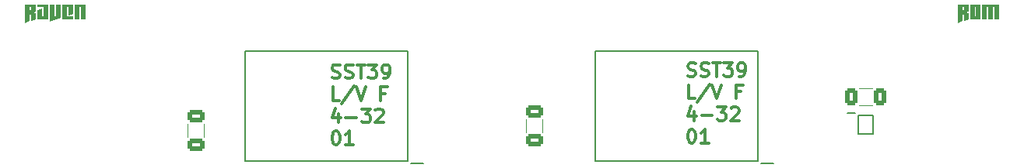
<source format=gto>
G04 #@! TF.GenerationSoftware,KiCad,Pcbnew,7.0.9*
G04 #@! TF.CreationDate,2024-01-22T22:48:28+01:00*
G04 #@! TF.ProjectId,simm72,73696d6d-3732-42e6-9b69-6361645f7063,A*
G04 #@! TF.SameCoordinates,Original*
G04 #@! TF.FileFunction,Legend,Top*
G04 #@! TF.FilePolarity,Positive*
%FSLAX46Y46*%
G04 Gerber Fmt 4.6, Leading zero omitted, Abs format (unit mm)*
G04 Created by KiCad (PCBNEW 7.0.9) date 2024-01-22 22:48:28*
%MOMM*%
%LPD*%
G01*
G04 APERTURE LIST*
G04 Aperture macros list*
%AMRoundRect*
0 Rectangle with rounded corners*
0 $1 Rounding radius*
0 $2 $3 $4 $5 $6 $7 $8 $9 X,Y pos of 4 corners*
0 Add a 4 corners polygon primitive as box body*
4,1,4,$2,$3,$4,$5,$6,$7,$8,$9,$2,$3,0*
0 Add four circle primitives for the rounded corners*
1,1,$1+$1,$2,$3*
1,1,$1+$1,$4,$5*
1,1,$1+$1,$6,$7*
1,1,$1+$1,$8,$9*
0 Add four rect primitives between the rounded corners*
20,1,$1+$1,$2,$3,$4,$5,0*
20,1,$1+$1,$4,$5,$6,$7,0*
20,1,$1+$1,$6,$7,$8,$9,0*
20,1,$1+$1,$8,$9,$2,$3,0*%
G04 Aperture macros list end*
%ADD10C,0.150000*%
%ADD11C,0.300000*%
%ADD12C,0.200000*%
%ADD13C,0.120000*%
%ADD14R,1.040000X2.540000*%
%ADD15R,1.300000X0.300000*%
%ADD16RoundRect,0.250000X-0.650000X0.412500X-0.650000X-0.412500X0.650000X-0.412500X0.650000X0.412500X0*%
%ADD17R,0.850000X0.300000*%
%ADD18RoundRect,0.250000X0.412500X0.650000X-0.412500X0.650000X-0.412500X-0.650000X0.412500X-0.650000X0*%
G04 APERTURE END LIST*
D10*
G36*
X154526154Y-85406495D02*
G01*
X154232330Y-85518358D01*
X154526154Y-85630710D01*
X154526154Y-86274534D01*
X154022037Y-86442573D01*
X154022037Y-85770417D01*
X153857173Y-85714729D01*
X153857173Y-86498749D01*
X153353789Y-86694632D01*
X153353789Y-84958554D01*
X153857173Y-84958554D01*
X153857173Y-85322475D01*
X154022037Y-85266300D01*
X154022037Y-84958554D01*
X153857173Y-84958554D01*
X153353789Y-84958554D01*
X153353789Y-84650319D01*
X154526154Y-84650319D01*
X154526154Y-85406495D01*
G37*
G36*
X155868513Y-86276000D02*
G01*
X154696147Y-86276000D01*
X154696147Y-84958554D01*
X155199532Y-84958554D01*
X155199532Y-85967765D01*
X155364396Y-85967765D01*
X155364396Y-84958554D01*
X155199532Y-84958554D01*
X154696147Y-84958554D01*
X154696147Y-84650319D01*
X155868513Y-84650319D01*
X155868513Y-86276000D01*
G37*
G36*
X156038506Y-86274534D02*
G01*
X156038506Y-84650319D01*
X157879120Y-84650319D01*
X157879120Y-86274534D01*
X157375003Y-86274534D01*
X157375003Y-84958554D01*
X157210872Y-84958554D01*
X157210872Y-86274534D01*
X156706755Y-86274534D01*
X156706755Y-84958554D01*
X156541891Y-84958554D01*
X156541891Y-86274534D01*
X156038506Y-86274534D01*
G37*
D11*
X85283082Y-92684400D02*
X85497368Y-92755828D01*
X85497368Y-92755828D02*
X85854510Y-92755828D01*
X85854510Y-92755828D02*
X85997368Y-92684400D01*
X85997368Y-92684400D02*
X86068796Y-92612971D01*
X86068796Y-92612971D02*
X86140225Y-92470114D01*
X86140225Y-92470114D02*
X86140225Y-92327257D01*
X86140225Y-92327257D02*
X86068796Y-92184400D01*
X86068796Y-92184400D02*
X85997368Y-92112971D01*
X85997368Y-92112971D02*
X85854510Y-92041542D01*
X85854510Y-92041542D02*
X85568796Y-91970114D01*
X85568796Y-91970114D02*
X85425939Y-91898685D01*
X85425939Y-91898685D02*
X85354510Y-91827257D01*
X85354510Y-91827257D02*
X85283082Y-91684400D01*
X85283082Y-91684400D02*
X85283082Y-91541542D01*
X85283082Y-91541542D02*
X85354510Y-91398685D01*
X85354510Y-91398685D02*
X85425939Y-91327257D01*
X85425939Y-91327257D02*
X85568796Y-91255828D01*
X85568796Y-91255828D02*
X85925939Y-91255828D01*
X85925939Y-91255828D02*
X86140225Y-91327257D01*
X86711653Y-92684400D02*
X86925939Y-92755828D01*
X86925939Y-92755828D02*
X87283081Y-92755828D01*
X87283081Y-92755828D02*
X87425939Y-92684400D01*
X87425939Y-92684400D02*
X87497367Y-92612971D01*
X87497367Y-92612971D02*
X87568796Y-92470114D01*
X87568796Y-92470114D02*
X87568796Y-92327257D01*
X87568796Y-92327257D02*
X87497367Y-92184400D01*
X87497367Y-92184400D02*
X87425939Y-92112971D01*
X87425939Y-92112971D02*
X87283081Y-92041542D01*
X87283081Y-92041542D02*
X86997367Y-91970114D01*
X86997367Y-91970114D02*
X86854510Y-91898685D01*
X86854510Y-91898685D02*
X86783081Y-91827257D01*
X86783081Y-91827257D02*
X86711653Y-91684400D01*
X86711653Y-91684400D02*
X86711653Y-91541542D01*
X86711653Y-91541542D02*
X86783081Y-91398685D01*
X86783081Y-91398685D02*
X86854510Y-91327257D01*
X86854510Y-91327257D02*
X86997367Y-91255828D01*
X86997367Y-91255828D02*
X87354510Y-91255828D01*
X87354510Y-91255828D02*
X87568796Y-91327257D01*
X87997367Y-91255828D02*
X88854510Y-91255828D01*
X88425938Y-92755828D02*
X88425938Y-91255828D01*
X89211652Y-91255828D02*
X90140224Y-91255828D01*
X90140224Y-91255828D02*
X89640224Y-91827257D01*
X89640224Y-91827257D02*
X89854509Y-91827257D01*
X89854509Y-91827257D02*
X89997367Y-91898685D01*
X89997367Y-91898685D02*
X90068795Y-91970114D01*
X90068795Y-91970114D02*
X90140224Y-92112971D01*
X90140224Y-92112971D02*
X90140224Y-92470114D01*
X90140224Y-92470114D02*
X90068795Y-92612971D01*
X90068795Y-92612971D02*
X89997367Y-92684400D01*
X89997367Y-92684400D02*
X89854509Y-92755828D01*
X89854509Y-92755828D02*
X89425938Y-92755828D01*
X89425938Y-92755828D02*
X89283081Y-92684400D01*
X89283081Y-92684400D02*
X89211652Y-92612971D01*
X90854509Y-92755828D02*
X91140223Y-92755828D01*
X91140223Y-92755828D02*
X91283080Y-92684400D01*
X91283080Y-92684400D02*
X91354509Y-92612971D01*
X91354509Y-92612971D02*
X91497366Y-92398685D01*
X91497366Y-92398685D02*
X91568795Y-92112971D01*
X91568795Y-92112971D02*
X91568795Y-91541542D01*
X91568795Y-91541542D02*
X91497366Y-91398685D01*
X91497366Y-91398685D02*
X91425938Y-91327257D01*
X91425938Y-91327257D02*
X91283080Y-91255828D01*
X91283080Y-91255828D02*
X90997366Y-91255828D01*
X90997366Y-91255828D02*
X90854509Y-91327257D01*
X90854509Y-91327257D02*
X90783080Y-91398685D01*
X90783080Y-91398685D02*
X90711652Y-91541542D01*
X90711652Y-91541542D02*
X90711652Y-91898685D01*
X90711652Y-91898685D02*
X90783080Y-92041542D01*
X90783080Y-92041542D02*
X90854509Y-92112971D01*
X90854509Y-92112971D02*
X90997366Y-92184400D01*
X90997366Y-92184400D02*
X91283080Y-92184400D01*
X91283080Y-92184400D02*
X91425938Y-92112971D01*
X91425938Y-92112971D02*
X91497366Y-92041542D01*
X91497366Y-92041542D02*
X91568795Y-91898685D01*
X86068796Y-95170828D02*
X85354510Y-95170828D01*
X85354510Y-95170828D02*
X85354510Y-93670828D01*
X87640225Y-93599400D02*
X86354511Y-95527971D01*
X87925940Y-93670828D02*
X88425940Y-95170828D01*
X88425940Y-95170828D02*
X88925940Y-93670828D01*
X91068796Y-94385114D02*
X90568796Y-94385114D01*
X90568796Y-95170828D02*
X90568796Y-93670828D01*
X90568796Y-93670828D02*
X91283082Y-93670828D01*
X85997368Y-96585828D02*
X85997368Y-97585828D01*
X85640225Y-96014400D02*
X85283082Y-97085828D01*
X85283082Y-97085828D02*
X86211653Y-97085828D01*
X86783081Y-97014400D02*
X87925939Y-97014400D01*
X88497367Y-96085828D02*
X89425939Y-96085828D01*
X89425939Y-96085828D02*
X88925939Y-96657257D01*
X88925939Y-96657257D02*
X89140224Y-96657257D01*
X89140224Y-96657257D02*
X89283082Y-96728685D01*
X89283082Y-96728685D02*
X89354510Y-96800114D01*
X89354510Y-96800114D02*
X89425939Y-96942971D01*
X89425939Y-96942971D02*
X89425939Y-97300114D01*
X89425939Y-97300114D02*
X89354510Y-97442971D01*
X89354510Y-97442971D02*
X89283082Y-97514400D01*
X89283082Y-97514400D02*
X89140224Y-97585828D01*
X89140224Y-97585828D02*
X88711653Y-97585828D01*
X88711653Y-97585828D02*
X88568796Y-97514400D01*
X88568796Y-97514400D02*
X88497367Y-97442971D01*
X89997367Y-96228685D02*
X90068795Y-96157257D01*
X90068795Y-96157257D02*
X90211653Y-96085828D01*
X90211653Y-96085828D02*
X90568795Y-96085828D01*
X90568795Y-96085828D02*
X90711653Y-96157257D01*
X90711653Y-96157257D02*
X90783081Y-96228685D01*
X90783081Y-96228685D02*
X90854510Y-96371542D01*
X90854510Y-96371542D02*
X90854510Y-96514400D01*
X90854510Y-96514400D02*
X90783081Y-96728685D01*
X90783081Y-96728685D02*
X89925938Y-97585828D01*
X89925938Y-97585828D02*
X90854510Y-97585828D01*
X85640225Y-98500828D02*
X85783082Y-98500828D01*
X85783082Y-98500828D02*
X85925939Y-98572257D01*
X85925939Y-98572257D02*
X85997368Y-98643685D01*
X85997368Y-98643685D02*
X86068796Y-98786542D01*
X86068796Y-98786542D02*
X86140225Y-99072257D01*
X86140225Y-99072257D02*
X86140225Y-99429400D01*
X86140225Y-99429400D02*
X86068796Y-99715114D01*
X86068796Y-99715114D02*
X85997368Y-99857971D01*
X85997368Y-99857971D02*
X85925939Y-99929400D01*
X85925939Y-99929400D02*
X85783082Y-100000828D01*
X85783082Y-100000828D02*
X85640225Y-100000828D01*
X85640225Y-100000828D02*
X85497368Y-99929400D01*
X85497368Y-99929400D02*
X85425939Y-99857971D01*
X85425939Y-99857971D02*
X85354510Y-99715114D01*
X85354510Y-99715114D02*
X85283082Y-99429400D01*
X85283082Y-99429400D02*
X85283082Y-99072257D01*
X85283082Y-99072257D02*
X85354510Y-98786542D01*
X85354510Y-98786542D02*
X85425939Y-98643685D01*
X85425939Y-98643685D02*
X85497368Y-98572257D01*
X85497368Y-98572257D02*
X85640225Y-98500828D01*
X87568796Y-100000828D02*
X86711653Y-100000828D01*
X87140224Y-100000828D02*
X87140224Y-98500828D01*
X87140224Y-98500828D02*
X86997367Y-98715114D01*
X86997367Y-98715114D02*
X86854510Y-98857971D01*
X86854510Y-98857971D02*
X86711653Y-98929400D01*
D10*
G36*
X53053154Y-85406495D02*
G01*
X52759330Y-85518358D01*
X53053154Y-85630710D01*
X53053154Y-86274534D01*
X52549037Y-86442573D01*
X52549037Y-85770417D01*
X52384173Y-85714729D01*
X52384173Y-86498749D01*
X51880789Y-86694632D01*
X51880789Y-84958554D01*
X52384173Y-84958554D01*
X52384173Y-85322475D01*
X52549037Y-85266300D01*
X52549037Y-84958554D01*
X52384173Y-84958554D01*
X51880789Y-84958554D01*
X51880789Y-84650319D01*
X53053154Y-84650319D01*
X53053154Y-85406495D01*
G37*
G36*
X53223147Y-85266788D02*
G01*
X53726532Y-85070905D01*
X53726532Y-85967765D01*
X53891396Y-85967765D01*
X53891396Y-84958554D01*
X53219484Y-84958554D01*
X53219484Y-84650319D01*
X54395513Y-84650319D01*
X54395513Y-86276000D01*
X53223147Y-86276000D01*
X53223147Y-85266788D01*
G37*
G36*
X54565506Y-84651785D02*
G01*
X55068891Y-84651785D01*
X55068891Y-86023941D01*
X55233755Y-85967765D01*
X55233755Y-84651785D01*
X55737872Y-84651785D01*
X55737872Y-86135804D01*
X54565506Y-86555902D01*
X54565506Y-84651785D01*
G37*
G36*
X57080230Y-85659531D02*
G01*
X56576113Y-85883745D01*
X56576113Y-84958554D01*
X56411249Y-84958554D01*
X56411249Y-85967765D01*
X57083894Y-85967765D01*
X57083894Y-86276000D01*
X55907865Y-86276000D01*
X55907865Y-84650319D01*
X57080230Y-84650319D01*
X57080230Y-85659531D01*
G37*
G36*
X58422589Y-86274534D02*
G01*
X57918472Y-86274534D01*
X57918472Y-84958554D01*
X57753608Y-84958554D01*
X57753608Y-86274534D01*
X57250224Y-86274534D01*
X57250224Y-84650319D01*
X58422589Y-84650319D01*
X58422589Y-86274534D01*
G37*
D11*
X123983082Y-92484400D02*
X124197368Y-92555828D01*
X124197368Y-92555828D02*
X124554510Y-92555828D01*
X124554510Y-92555828D02*
X124697368Y-92484400D01*
X124697368Y-92484400D02*
X124768796Y-92412971D01*
X124768796Y-92412971D02*
X124840225Y-92270114D01*
X124840225Y-92270114D02*
X124840225Y-92127257D01*
X124840225Y-92127257D02*
X124768796Y-91984400D01*
X124768796Y-91984400D02*
X124697368Y-91912971D01*
X124697368Y-91912971D02*
X124554510Y-91841542D01*
X124554510Y-91841542D02*
X124268796Y-91770114D01*
X124268796Y-91770114D02*
X124125939Y-91698685D01*
X124125939Y-91698685D02*
X124054510Y-91627257D01*
X124054510Y-91627257D02*
X123983082Y-91484400D01*
X123983082Y-91484400D02*
X123983082Y-91341542D01*
X123983082Y-91341542D02*
X124054510Y-91198685D01*
X124054510Y-91198685D02*
X124125939Y-91127257D01*
X124125939Y-91127257D02*
X124268796Y-91055828D01*
X124268796Y-91055828D02*
X124625939Y-91055828D01*
X124625939Y-91055828D02*
X124840225Y-91127257D01*
X125411653Y-92484400D02*
X125625939Y-92555828D01*
X125625939Y-92555828D02*
X125983081Y-92555828D01*
X125983081Y-92555828D02*
X126125939Y-92484400D01*
X126125939Y-92484400D02*
X126197367Y-92412971D01*
X126197367Y-92412971D02*
X126268796Y-92270114D01*
X126268796Y-92270114D02*
X126268796Y-92127257D01*
X126268796Y-92127257D02*
X126197367Y-91984400D01*
X126197367Y-91984400D02*
X126125939Y-91912971D01*
X126125939Y-91912971D02*
X125983081Y-91841542D01*
X125983081Y-91841542D02*
X125697367Y-91770114D01*
X125697367Y-91770114D02*
X125554510Y-91698685D01*
X125554510Y-91698685D02*
X125483081Y-91627257D01*
X125483081Y-91627257D02*
X125411653Y-91484400D01*
X125411653Y-91484400D02*
X125411653Y-91341542D01*
X125411653Y-91341542D02*
X125483081Y-91198685D01*
X125483081Y-91198685D02*
X125554510Y-91127257D01*
X125554510Y-91127257D02*
X125697367Y-91055828D01*
X125697367Y-91055828D02*
X126054510Y-91055828D01*
X126054510Y-91055828D02*
X126268796Y-91127257D01*
X126697367Y-91055828D02*
X127554510Y-91055828D01*
X127125938Y-92555828D02*
X127125938Y-91055828D01*
X127911652Y-91055828D02*
X128840224Y-91055828D01*
X128840224Y-91055828D02*
X128340224Y-91627257D01*
X128340224Y-91627257D02*
X128554509Y-91627257D01*
X128554509Y-91627257D02*
X128697367Y-91698685D01*
X128697367Y-91698685D02*
X128768795Y-91770114D01*
X128768795Y-91770114D02*
X128840224Y-91912971D01*
X128840224Y-91912971D02*
X128840224Y-92270114D01*
X128840224Y-92270114D02*
X128768795Y-92412971D01*
X128768795Y-92412971D02*
X128697367Y-92484400D01*
X128697367Y-92484400D02*
X128554509Y-92555828D01*
X128554509Y-92555828D02*
X128125938Y-92555828D01*
X128125938Y-92555828D02*
X127983081Y-92484400D01*
X127983081Y-92484400D02*
X127911652Y-92412971D01*
X129554509Y-92555828D02*
X129840223Y-92555828D01*
X129840223Y-92555828D02*
X129983080Y-92484400D01*
X129983080Y-92484400D02*
X130054509Y-92412971D01*
X130054509Y-92412971D02*
X130197366Y-92198685D01*
X130197366Y-92198685D02*
X130268795Y-91912971D01*
X130268795Y-91912971D02*
X130268795Y-91341542D01*
X130268795Y-91341542D02*
X130197366Y-91198685D01*
X130197366Y-91198685D02*
X130125938Y-91127257D01*
X130125938Y-91127257D02*
X129983080Y-91055828D01*
X129983080Y-91055828D02*
X129697366Y-91055828D01*
X129697366Y-91055828D02*
X129554509Y-91127257D01*
X129554509Y-91127257D02*
X129483080Y-91198685D01*
X129483080Y-91198685D02*
X129411652Y-91341542D01*
X129411652Y-91341542D02*
X129411652Y-91698685D01*
X129411652Y-91698685D02*
X129483080Y-91841542D01*
X129483080Y-91841542D02*
X129554509Y-91912971D01*
X129554509Y-91912971D02*
X129697366Y-91984400D01*
X129697366Y-91984400D02*
X129983080Y-91984400D01*
X129983080Y-91984400D02*
X130125938Y-91912971D01*
X130125938Y-91912971D02*
X130197366Y-91841542D01*
X130197366Y-91841542D02*
X130268795Y-91698685D01*
X124768796Y-94970828D02*
X124054510Y-94970828D01*
X124054510Y-94970828D02*
X124054510Y-93470828D01*
X126340225Y-93399400D02*
X125054511Y-95327971D01*
X126625940Y-93470828D02*
X127125940Y-94970828D01*
X127125940Y-94970828D02*
X127625940Y-93470828D01*
X129768796Y-94185114D02*
X129268796Y-94185114D01*
X129268796Y-94970828D02*
X129268796Y-93470828D01*
X129268796Y-93470828D02*
X129983082Y-93470828D01*
X124697368Y-96385828D02*
X124697368Y-97385828D01*
X124340225Y-95814400D02*
X123983082Y-96885828D01*
X123983082Y-96885828D02*
X124911653Y-96885828D01*
X125483081Y-96814400D02*
X126625939Y-96814400D01*
X127197367Y-95885828D02*
X128125939Y-95885828D01*
X128125939Y-95885828D02*
X127625939Y-96457257D01*
X127625939Y-96457257D02*
X127840224Y-96457257D01*
X127840224Y-96457257D02*
X127983082Y-96528685D01*
X127983082Y-96528685D02*
X128054510Y-96600114D01*
X128054510Y-96600114D02*
X128125939Y-96742971D01*
X128125939Y-96742971D02*
X128125939Y-97100114D01*
X128125939Y-97100114D02*
X128054510Y-97242971D01*
X128054510Y-97242971D02*
X127983082Y-97314400D01*
X127983082Y-97314400D02*
X127840224Y-97385828D01*
X127840224Y-97385828D02*
X127411653Y-97385828D01*
X127411653Y-97385828D02*
X127268796Y-97314400D01*
X127268796Y-97314400D02*
X127197367Y-97242971D01*
X128697367Y-96028685D02*
X128768795Y-95957257D01*
X128768795Y-95957257D02*
X128911653Y-95885828D01*
X128911653Y-95885828D02*
X129268795Y-95885828D01*
X129268795Y-95885828D02*
X129411653Y-95957257D01*
X129411653Y-95957257D02*
X129483081Y-96028685D01*
X129483081Y-96028685D02*
X129554510Y-96171542D01*
X129554510Y-96171542D02*
X129554510Y-96314400D01*
X129554510Y-96314400D02*
X129483081Y-96528685D01*
X129483081Y-96528685D02*
X128625938Y-97385828D01*
X128625938Y-97385828D02*
X129554510Y-97385828D01*
X124340225Y-98300828D02*
X124483082Y-98300828D01*
X124483082Y-98300828D02*
X124625939Y-98372257D01*
X124625939Y-98372257D02*
X124697368Y-98443685D01*
X124697368Y-98443685D02*
X124768796Y-98586542D01*
X124768796Y-98586542D02*
X124840225Y-98872257D01*
X124840225Y-98872257D02*
X124840225Y-99229400D01*
X124840225Y-99229400D02*
X124768796Y-99515114D01*
X124768796Y-99515114D02*
X124697368Y-99657971D01*
X124697368Y-99657971D02*
X124625939Y-99729400D01*
X124625939Y-99729400D02*
X124483082Y-99800828D01*
X124483082Y-99800828D02*
X124340225Y-99800828D01*
X124340225Y-99800828D02*
X124197368Y-99729400D01*
X124197368Y-99729400D02*
X124125939Y-99657971D01*
X124125939Y-99657971D02*
X124054510Y-99515114D01*
X124054510Y-99515114D02*
X123983082Y-99229400D01*
X123983082Y-99229400D02*
X123983082Y-98872257D01*
X123983082Y-98872257D02*
X124054510Y-98586542D01*
X124054510Y-98586542D02*
X124125939Y-98443685D01*
X124125939Y-98443685D02*
X124197368Y-98372257D01*
X124197368Y-98372257D02*
X124340225Y-98300828D01*
X126268796Y-99800828D02*
X125411653Y-99800828D01*
X125840224Y-99800828D02*
X125840224Y-98300828D01*
X125840224Y-98300828D02*
X125697367Y-98515114D01*
X125697367Y-98515114D02*
X125554510Y-98657971D01*
X125554510Y-98657971D02*
X125411653Y-98729400D01*
D12*
X133280000Y-102010000D02*
X131980000Y-102010000D01*
X131630000Y-101760000D02*
X113930000Y-101760000D01*
X131630000Y-89760000D02*
X131630000Y-101760000D01*
X113930000Y-101760000D02*
X113930000Y-89760000D01*
X113930000Y-89760000D02*
X131630000Y-89760000D01*
D13*
X108196000Y-97207748D02*
X108196000Y-98630252D01*
X106376000Y-97207748D02*
X106376000Y-98630252D01*
D12*
X141354000Y-96542000D02*
X142204000Y-96542000D01*
X142554000Y-96792000D02*
X144154000Y-96792000D01*
X142554000Y-98792000D02*
X142554000Y-96792000D01*
X144154000Y-96792000D02*
X144154000Y-98792000D01*
X144154000Y-98792000D02*
X142554000Y-98792000D01*
D13*
X71366000Y-97715748D02*
X71366000Y-99138252D01*
X69546000Y-97715748D02*
X69546000Y-99138252D01*
X144065252Y-95654000D02*
X142642748Y-95654000D01*
X144065252Y-93834000D02*
X142642748Y-93834000D01*
D12*
X95180000Y-102010000D02*
X93880000Y-102010000D01*
X93530000Y-101760000D02*
X75830000Y-101760000D01*
X93530000Y-89760000D02*
X93530000Y-101760000D01*
X75830000Y-101760000D02*
X75830000Y-89760000D01*
X75830000Y-89760000D02*
X93530000Y-89760000D01*
%LPC*%
D14*
X57375000Y-113921000D03*
X58645000Y-113921000D03*
X59915000Y-113921000D03*
X61185000Y-113921000D03*
X62455000Y-113921000D03*
X63725000Y-113921000D03*
X64995000Y-113921000D03*
X66265000Y-113921000D03*
X67535000Y-113921000D03*
X68805000Y-113921000D03*
X70075000Y-113921000D03*
X71345000Y-113921000D03*
X72615000Y-113921000D03*
X73885000Y-113921000D03*
X75155000Y-113921000D03*
X76425000Y-113921000D03*
X77695000Y-113921000D03*
X78965000Y-113921000D03*
X80235000Y-113921000D03*
X81505000Y-113921000D03*
X82775000Y-113921000D03*
X84045000Y-113921000D03*
X85315000Y-113921000D03*
X86585000Y-113921000D03*
X87855000Y-113921000D03*
X89125000Y-113921000D03*
X90395000Y-113921000D03*
X91665000Y-113921000D03*
X92935000Y-113921000D03*
X94205000Y-113921000D03*
X95475000Y-113921000D03*
X96745000Y-113921000D03*
X98015000Y-113921000D03*
X99285000Y-113921000D03*
X100555000Y-113921000D03*
X101825000Y-113921000D03*
X108175000Y-113921000D03*
X109445000Y-113921000D03*
X110715000Y-113921000D03*
X111985000Y-113921000D03*
X113255000Y-113921000D03*
X114525000Y-113921000D03*
X115795000Y-113921000D03*
X117065000Y-113921000D03*
X118335000Y-113921000D03*
X119605000Y-113921000D03*
X120875000Y-113921000D03*
X122145000Y-113921000D03*
X123415000Y-113921000D03*
X124685000Y-113921000D03*
X125955000Y-113921000D03*
X127225000Y-113921000D03*
X128495000Y-113921000D03*
X129765000Y-113921000D03*
X131035000Y-113921000D03*
X132305000Y-113921000D03*
X133575000Y-113921000D03*
X134845000Y-113921000D03*
X136115000Y-113921000D03*
X137385000Y-113921000D03*
X138655000Y-113921000D03*
X139925000Y-113921000D03*
X141195000Y-113921000D03*
X142465000Y-113921000D03*
X143735000Y-113921000D03*
X145005000Y-113921000D03*
X146275000Y-113921000D03*
X147545000Y-113921000D03*
X148815000Y-113921000D03*
X150085000Y-113921000D03*
X151355000Y-113921000D03*
X152625000Y-113921000D03*
D15*
X132630000Y-101510000D03*
X132630000Y-101010000D03*
X132630000Y-100510000D03*
X132630000Y-100010000D03*
X132630000Y-99510000D03*
X132630000Y-99010000D03*
X132630000Y-98510000D03*
X132630000Y-98010000D03*
X132630000Y-97510000D03*
X132630000Y-97010000D03*
X132630000Y-96510000D03*
X132630000Y-96010000D03*
X132630000Y-95510000D03*
X132630000Y-95010000D03*
X132630000Y-94510000D03*
X132630000Y-94010000D03*
X132630000Y-93510000D03*
X132630000Y-93010000D03*
X132630000Y-92510000D03*
X132630000Y-92010000D03*
X132630000Y-91510000D03*
X132630000Y-91010000D03*
X132630000Y-90510000D03*
X132630000Y-90010000D03*
X112930000Y-90010000D03*
X112930000Y-90510000D03*
X112930000Y-91010000D03*
X112930000Y-91510000D03*
X112930000Y-92010000D03*
X112930000Y-92510000D03*
X112930000Y-93010000D03*
X112930000Y-93510000D03*
X112930000Y-94010000D03*
X112930000Y-94510000D03*
X112930000Y-95010000D03*
X112930000Y-95510000D03*
X112930000Y-96010000D03*
X112930000Y-96510000D03*
X112930000Y-97010000D03*
X112930000Y-97510000D03*
X112930000Y-98010000D03*
X112930000Y-98510000D03*
X112930000Y-99010000D03*
X112930000Y-99510000D03*
X112930000Y-100010000D03*
X112930000Y-100510000D03*
X112930000Y-101010000D03*
X112930000Y-101510000D03*
D16*
X107286000Y-96356500D03*
X107286000Y-99481500D03*
D17*
X141779000Y-97042000D03*
X141779000Y-97542000D03*
X141779000Y-98042000D03*
X141779000Y-98542000D03*
X144929000Y-98542000D03*
X144929000Y-98042000D03*
X144929000Y-97542000D03*
X144929000Y-97042000D03*
D16*
X70456000Y-96864500D03*
X70456000Y-99989500D03*
D18*
X144916500Y-94744000D03*
X141791500Y-94744000D03*
D15*
X94530000Y-101510000D03*
X94530000Y-101010000D03*
X94530000Y-100510000D03*
X94530000Y-100010000D03*
X94530000Y-99510000D03*
X94530000Y-99010000D03*
X94530000Y-98510000D03*
X94530000Y-98010000D03*
X94530000Y-97510000D03*
X94530000Y-97010000D03*
X94530000Y-96510000D03*
X94530000Y-96010000D03*
X94530000Y-95510000D03*
X94530000Y-95010000D03*
X94530000Y-94510000D03*
X94530000Y-94010000D03*
X94530000Y-93510000D03*
X94530000Y-93010000D03*
X94530000Y-92510000D03*
X94530000Y-92010000D03*
X94530000Y-91510000D03*
X94530000Y-91010000D03*
X94530000Y-90510000D03*
X94530000Y-90010000D03*
X74830000Y-90010000D03*
X74830000Y-90510000D03*
X74830000Y-91010000D03*
X74830000Y-91510000D03*
X74830000Y-92010000D03*
X74830000Y-92510000D03*
X74830000Y-93010000D03*
X74830000Y-93510000D03*
X74830000Y-94010000D03*
X74830000Y-94510000D03*
X74830000Y-95010000D03*
X74830000Y-95510000D03*
X74830000Y-96010000D03*
X74830000Y-96510000D03*
X74830000Y-97010000D03*
X74830000Y-97510000D03*
X74830000Y-98010000D03*
X74830000Y-98510000D03*
X74830000Y-99010000D03*
X74830000Y-99510000D03*
X74830000Y-100010000D03*
X74830000Y-100510000D03*
X74830000Y-101010000D03*
X74830000Y-101510000D03*
G36*
X102530039Y-112391285D02*
G01*
X102575794Y-112444089D01*
X102587000Y-112495600D01*
X102587000Y-115321000D01*
X102567315Y-115388039D01*
X102514511Y-115433794D01*
X102463000Y-115445000D01*
X56737000Y-115445000D01*
X56669961Y-115425315D01*
X56624206Y-115372511D01*
X56613000Y-115321000D01*
X56613000Y-112495600D01*
X56632685Y-112428561D01*
X56685489Y-112382806D01*
X56737000Y-112371600D01*
X102463000Y-112371600D01*
X102530039Y-112391285D01*
G37*
G36*
X153330039Y-112391285D02*
G01*
X153375794Y-112444089D01*
X153387000Y-112495600D01*
X153387000Y-115321000D01*
X153367315Y-115388039D01*
X153314511Y-115433794D01*
X153263000Y-115445000D01*
X107537000Y-115445000D01*
X107469961Y-115425315D01*
X107424206Y-115372511D01*
X107413000Y-115321000D01*
X107413000Y-112495600D01*
X107432685Y-112428561D01*
X107485489Y-112382806D01*
X107537000Y-112371600D01*
X153263000Y-112371600D01*
X153330039Y-112391285D01*
G37*
%LPD*%
M02*

</source>
